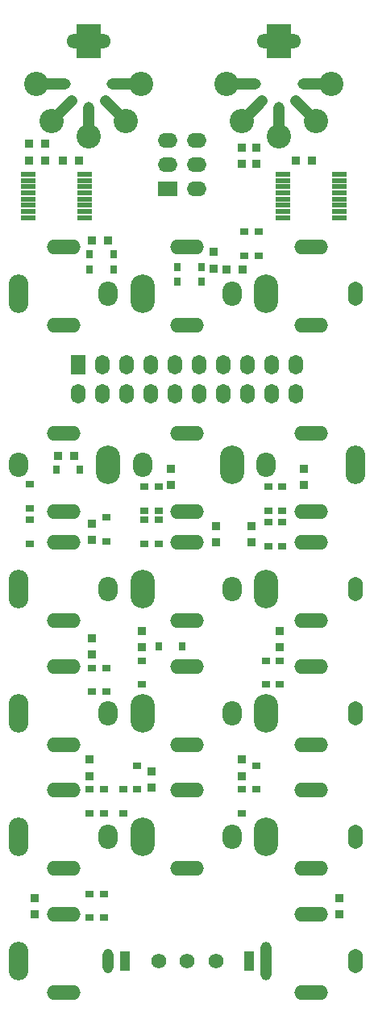
<source format=gbs>
G04 #@! TF.FileFunction,Soldermask,Bot*
%FSLAX46Y46*%
G04 Gerber Fmt 4.6, Leading zero omitted, Abs format (unit mm)*
G04 Created by KiCad (PCBNEW 4.0.2-stable) date 2018-10-02 9:53:14 PM*
%MOMM*%
G01*
G04 APERTURE LIST*
%ADD10C,0.200000*%
%ADD11C,1.574000*%
%ADD12R,1.050000X2.050000*%
%ADD13O,2.050000X4.050000*%
%ADD14O,1.150000X2.550000*%
%ADD15O,3.550000X1.550000*%
%ADD16O,1.150000X4.050000*%
%ADD17O,1.550000X2.550000*%
%ADD18O,1.550000X2.050000*%
%ADD19R,1.550000X2.050000*%
%ADD20R,0.850000X0.950000*%
%ADD21R,0.950000X0.850000*%
%ADD22R,0.659600X0.812000*%
%ADD23R,0.812000X0.659600*%
%ADD24O,2.550000X4.050000*%
%ADD25O,2.050000X2.550000*%
%ADD26R,2.050000X1.550000*%
%ADD27O,2.050000X1.550000*%
%ADD28R,1.550000X0.500000*%
%ADD29C,2.550000*%
%ADD30R,2.550000X3.550000*%
%ADD31O,4.650000X1.500000*%
%ADD32O,4.350000X1.150000*%
%ADD33O,1.150000X4.350000*%
%ADD34C,1.150000*%
G04 APERTURE END LIST*
D10*
D11*
X127500000Y-155000000D03*
X130500000Y-155000000D03*
X133500000Y-155000000D03*
D12*
X124000000Y-155000000D03*
X137000000Y-155000000D03*
D13*
X112800000Y-155000000D03*
D14*
X122200000Y-155000000D03*
D15*
X117500000Y-150100000D03*
X117500000Y-158300000D03*
D16*
X138800000Y-155000000D03*
D17*
X148200000Y-155000000D03*
D15*
X143500000Y-150100000D03*
X143500000Y-158300000D03*
D18*
X141930000Y-95520000D03*
X141930000Y-92480000D03*
X139390000Y-92480000D03*
X139390000Y-95520000D03*
X136850000Y-95520000D03*
X136850000Y-92480000D03*
X134310000Y-92480000D03*
X134310000Y-95520000D03*
X131770000Y-95520000D03*
X131770000Y-92480000D03*
X129230000Y-92480000D03*
X129230000Y-95520000D03*
X126690000Y-95520000D03*
X126690000Y-92480000D03*
D19*
X119070000Y-92480000D03*
D18*
X119070000Y-95520000D03*
X121610000Y-92480000D03*
X121610000Y-95520000D03*
X124150000Y-92480000D03*
X124150000Y-95520000D03*
D20*
X136250000Y-69650000D03*
X136250000Y-71350000D03*
D21*
X115600000Y-71000000D03*
X113900000Y-71000000D03*
X141900000Y-71000000D03*
X143600000Y-71000000D03*
D22*
X116755400Y-103500000D03*
X119244600Y-103500000D03*
D23*
X114000000Y-107494600D03*
X114000000Y-105005400D03*
X127500000Y-105255400D03*
X127500000Y-107744600D03*
X126000000Y-107744600D03*
X126000000Y-105255400D03*
X139000000Y-105255400D03*
X139000000Y-107744600D03*
X140500000Y-107744600D03*
X140500000Y-105255400D03*
X122000000Y-110994600D03*
X122000000Y-108505400D03*
X114000000Y-108755400D03*
X114000000Y-111244600D03*
X127500000Y-111244600D03*
X127500000Y-108755400D03*
X126000000Y-108755400D03*
X126000000Y-111244600D03*
X139000000Y-111494600D03*
X139000000Y-109005400D03*
X140500000Y-109005400D03*
X140500000Y-111494600D03*
X122000000Y-124255400D03*
X122000000Y-126744600D03*
X120500000Y-126744600D03*
X120500000Y-124255400D03*
X125750000Y-123505400D03*
X125750000Y-125994600D03*
D22*
X129994600Y-122000000D03*
X127505400Y-122000000D03*
D23*
X138750000Y-123505400D03*
X138750000Y-125994600D03*
X140250000Y-125994600D03*
X140250000Y-123505400D03*
X121750000Y-137005400D03*
X121750000Y-139494600D03*
X120250000Y-139494600D03*
X120250000Y-137005400D03*
X123750000Y-137005400D03*
X123750000Y-139494600D03*
X125250000Y-134505400D03*
X125250000Y-136994600D03*
X137750000Y-136994600D03*
X137750000Y-134505400D03*
X136250000Y-139494600D03*
X136250000Y-137005400D03*
X120250000Y-150494600D03*
X120250000Y-148005400D03*
X121750000Y-148005400D03*
X121750000Y-150494600D03*
D22*
X120255400Y-80900000D03*
X122744600Y-80900000D03*
X122744600Y-82500000D03*
X120255400Y-82500000D03*
X131994600Y-83750000D03*
X129505400Y-83750000D03*
X129505400Y-82250000D03*
X131994600Y-82250000D03*
D23*
X138000000Y-80994600D03*
X138000000Y-78505400D03*
X136500000Y-78505400D03*
X136500000Y-80994600D03*
D24*
X122200000Y-103000000D03*
D25*
X112800000Y-103000000D03*
D15*
X117500000Y-107900000D03*
X117500000Y-99700000D03*
D24*
X135200000Y-103000000D03*
D25*
X125800000Y-103000000D03*
D15*
X130500000Y-107900000D03*
X130500000Y-99700000D03*
D13*
X148200000Y-103000000D03*
D25*
X138800000Y-103000000D03*
D15*
X143500000Y-107900000D03*
X143500000Y-99700000D03*
D13*
X112800000Y-116000000D03*
D25*
X122200000Y-116000000D03*
D15*
X117500000Y-111100000D03*
X117500000Y-119300000D03*
D24*
X125800000Y-116000000D03*
D25*
X135200000Y-116000000D03*
D15*
X130500000Y-111100000D03*
X130500000Y-119300000D03*
D24*
X138800000Y-116000000D03*
D17*
X148200000Y-116000000D03*
D15*
X143500000Y-111100000D03*
X143500000Y-119300000D03*
D13*
X112800000Y-129000000D03*
D25*
X122200000Y-129000000D03*
D15*
X117500000Y-124100000D03*
X117500000Y-132300000D03*
D24*
X125800000Y-129000000D03*
D25*
X135200000Y-129000000D03*
D15*
X130500000Y-124100000D03*
X130500000Y-132300000D03*
D24*
X138800000Y-129000000D03*
D17*
X148200000Y-129000000D03*
D15*
X143500000Y-124100000D03*
X143500000Y-132300000D03*
D13*
X112800000Y-142000000D03*
D25*
X122200000Y-142000000D03*
D15*
X117500000Y-137100000D03*
X117500000Y-145300000D03*
D24*
X125800000Y-142000000D03*
D25*
X135200000Y-142000000D03*
D15*
X130500000Y-137100000D03*
X130500000Y-145300000D03*
D24*
X138800000Y-142000000D03*
D17*
X148200000Y-142000000D03*
D15*
X143500000Y-137100000D03*
X143500000Y-145300000D03*
D13*
X112800000Y-85000000D03*
D25*
X122200000Y-85000000D03*
D15*
X117500000Y-80100000D03*
X117500000Y-88300000D03*
D24*
X125800000Y-85000000D03*
D25*
X135200000Y-85000000D03*
D15*
X130500000Y-80100000D03*
X130500000Y-88300000D03*
D24*
X138800000Y-85000000D03*
D17*
X148200000Y-85000000D03*
D15*
X143500000Y-80100000D03*
X143500000Y-88300000D03*
D26*
X128480000Y-74040000D03*
D27*
X131520000Y-74040000D03*
X128480000Y-71500000D03*
X131520000Y-71500000D03*
X128480000Y-68960000D03*
X131520000Y-68960000D03*
D21*
X116900000Y-102000000D03*
X118600000Y-102000000D03*
D20*
X128750000Y-105100000D03*
X128750000Y-103400000D03*
X142750000Y-105100000D03*
X142750000Y-103400000D03*
X120500000Y-110850000D03*
X120500000Y-109150000D03*
X137750000Y-71350000D03*
X137750000Y-69650000D03*
X133500000Y-111100000D03*
X133500000Y-109400000D03*
X137250000Y-111100000D03*
X137250000Y-109400000D03*
X120500000Y-122850000D03*
X120500000Y-121150000D03*
X125750000Y-122100000D03*
X125750000Y-120400000D03*
D21*
X113900000Y-69250000D03*
X115600000Y-69250000D03*
D20*
X140250000Y-122100000D03*
X140250000Y-120400000D03*
X120250000Y-135600000D03*
X120250000Y-133900000D03*
X126750000Y-136850000D03*
X126750000Y-135150000D03*
X136250000Y-135600000D03*
X136250000Y-133900000D03*
D21*
X119100000Y-71000000D03*
X117400000Y-71000000D03*
D20*
X114500000Y-150100000D03*
X114500000Y-148400000D03*
D21*
X120450000Y-79400000D03*
X122150000Y-79400000D03*
D20*
X133250000Y-82350000D03*
X133250000Y-80650000D03*
D21*
X136350000Y-82500000D03*
X134650000Y-82500000D03*
D20*
X146500000Y-150100000D03*
X146500000Y-148400000D03*
D28*
X119700000Y-72475000D03*
X119700000Y-73125000D03*
X119700000Y-73775000D03*
X119700000Y-74425000D03*
X119700000Y-75075000D03*
X119700000Y-75725000D03*
X119700000Y-76375000D03*
X119700000Y-77025000D03*
X113800000Y-77025000D03*
X113800000Y-76375000D03*
X113800000Y-75725000D03*
X113800000Y-75075000D03*
X113800000Y-74425000D03*
X113800000Y-73775000D03*
X113800000Y-73125000D03*
X113800000Y-72475000D03*
X146450000Y-72475000D03*
X146450000Y-73125000D03*
X146450000Y-73775000D03*
X146450000Y-74425000D03*
X146450000Y-75075000D03*
X146450000Y-75725000D03*
X146450000Y-76375000D03*
X146450000Y-77025000D03*
X140550000Y-77025000D03*
X140550000Y-76375000D03*
X140550000Y-75725000D03*
X140550000Y-75075000D03*
X140550000Y-74425000D03*
X140550000Y-73775000D03*
X140550000Y-73125000D03*
X140550000Y-72475000D03*
D29*
X114650000Y-63000000D03*
X125650000Y-63000000D03*
X120150000Y-68500000D03*
D30*
X120150000Y-58500000D03*
D29*
X116260000Y-66890000D03*
X124040000Y-66890000D03*
D31*
X120150000Y-58500000D03*
D32*
X116050000Y-63000000D03*
X124250000Y-63000000D03*
D33*
X120150000Y-67100000D03*
D34*
X116118629Y-67031371D02*
X118381371Y-64768629D01*
X121918629Y-64768629D02*
X124181371Y-67031371D01*
D29*
X134650000Y-63000000D03*
X145650000Y-63000000D03*
X140150000Y-68500000D03*
D30*
X140150000Y-58500000D03*
D29*
X136260000Y-66890000D03*
X144040000Y-66890000D03*
D31*
X140150000Y-58500000D03*
D32*
X136050000Y-63000000D03*
X144250000Y-63000000D03*
D33*
X140150000Y-67100000D03*
D34*
X136118629Y-67031371D02*
X138381371Y-64768629D01*
X141918629Y-64768629D02*
X144181371Y-67031371D01*
M02*

</source>
